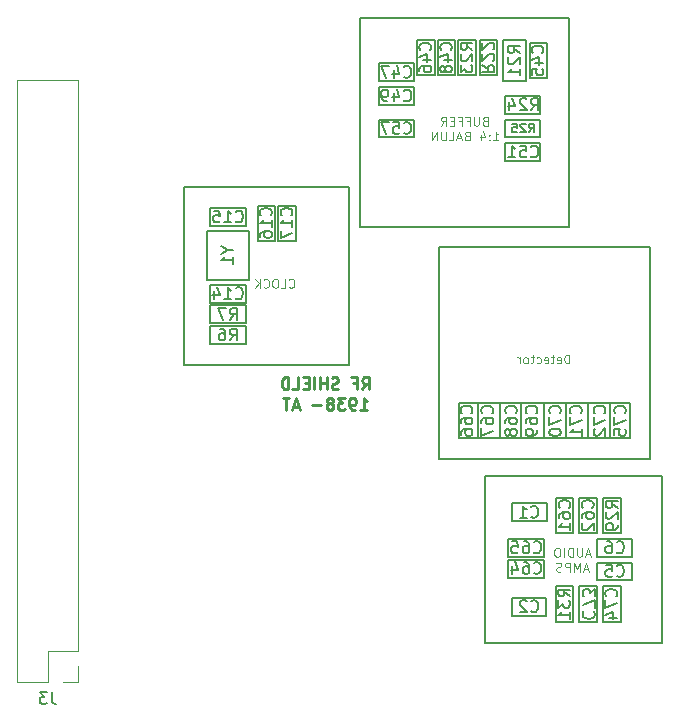
<source format=gbo>
G04 #@! TF.GenerationSoftware,KiCad,Pcbnew,(5.1.4)-1*
G04 #@! TF.CreationDate,2019-09-18T21:55:27+02:00*
G04 #@! TF.ProjectId,rf-receiver,72662d72-6563-4656-9976-65722e6b6963,rev?*
G04 #@! TF.SameCoordinates,Original*
G04 #@! TF.FileFunction,Legend,Bot*
G04 #@! TF.FilePolarity,Positive*
%FSLAX46Y46*%
G04 Gerber Fmt 4.6, Leading zero omitted, Abs format (unit mm)*
G04 Created by KiCad (PCBNEW (5.1.4)-1) date 2019-09-18 21:55:27*
%MOMM*%
%LPD*%
G04 APERTURE LIST*
%ADD10C,0.250000*%
%ADD11C,0.150000*%
%ADD12C,0.125000*%
%ADD13C,0.120000*%
G04 APERTURE END LIST*
D10*
X105595238Y-90827380D02*
X105928571Y-90351190D01*
X106166666Y-90827380D02*
X106166666Y-89827380D01*
X105785714Y-89827380D01*
X105690476Y-89875000D01*
X105642857Y-89922619D01*
X105595238Y-90017857D01*
X105595238Y-90160714D01*
X105642857Y-90255952D01*
X105690476Y-90303571D01*
X105785714Y-90351190D01*
X106166666Y-90351190D01*
X104833333Y-90303571D02*
X105166666Y-90303571D01*
X105166666Y-90827380D02*
X105166666Y-89827380D01*
X104690476Y-89827380D01*
X103595238Y-90779761D02*
X103452380Y-90827380D01*
X103214285Y-90827380D01*
X103119047Y-90779761D01*
X103071428Y-90732142D01*
X103023809Y-90636904D01*
X103023809Y-90541666D01*
X103071428Y-90446428D01*
X103119047Y-90398809D01*
X103214285Y-90351190D01*
X103404761Y-90303571D01*
X103500000Y-90255952D01*
X103547619Y-90208333D01*
X103595238Y-90113095D01*
X103595238Y-90017857D01*
X103547619Y-89922619D01*
X103500000Y-89875000D01*
X103404761Y-89827380D01*
X103166666Y-89827380D01*
X103023809Y-89875000D01*
X102595238Y-90827380D02*
X102595238Y-89827380D01*
X102595238Y-90303571D02*
X102023809Y-90303571D01*
X102023809Y-90827380D02*
X102023809Y-89827380D01*
X101547619Y-90827380D02*
X101547619Y-89827380D01*
X101071428Y-90303571D02*
X100738095Y-90303571D01*
X100595238Y-90827380D02*
X101071428Y-90827380D01*
X101071428Y-89827380D01*
X100595238Y-89827380D01*
X99690476Y-90827380D02*
X100166666Y-90827380D01*
X100166666Y-89827380D01*
X99357142Y-90827380D02*
X99357142Y-89827380D01*
X99119047Y-89827380D01*
X98976190Y-89875000D01*
X98880952Y-89970238D01*
X98833333Y-90065476D01*
X98785714Y-90255952D01*
X98785714Y-90398809D01*
X98833333Y-90589285D01*
X98880952Y-90684523D01*
X98976190Y-90779761D01*
X99119047Y-90827380D01*
X99357142Y-90827380D01*
X105452380Y-92577380D02*
X106023809Y-92577380D01*
X105738095Y-92577380D02*
X105738095Y-91577380D01*
X105833333Y-91720238D01*
X105928571Y-91815476D01*
X106023809Y-91863095D01*
X104976190Y-92577380D02*
X104785714Y-92577380D01*
X104690476Y-92529761D01*
X104642857Y-92482142D01*
X104547619Y-92339285D01*
X104500000Y-92148809D01*
X104500000Y-91767857D01*
X104547619Y-91672619D01*
X104595238Y-91625000D01*
X104690476Y-91577380D01*
X104880952Y-91577380D01*
X104976190Y-91625000D01*
X105023809Y-91672619D01*
X105071428Y-91767857D01*
X105071428Y-92005952D01*
X105023809Y-92101190D01*
X104976190Y-92148809D01*
X104880952Y-92196428D01*
X104690476Y-92196428D01*
X104595238Y-92148809D01*
X104547619Y-92101190D01*
X104500000Y-92005952D01*
X104166666Y-91577380D02*
X103547619Y-91577380D01*
X103880952Y-91958333D01*
X103738095Y-91958333D01*
X103642857Y-92005952D01*
X103595238Y-92053571D01*
X103547619Y-92148809D01*
X103547619Y-92386904D01*
X103595238Y-92482142D01*
X103642857Y-92529761D01*
X103738095Y-92577380D01*
X104023809Y-92577380D01*
X104119047Y-92529761D01*
X104166666Y-92482142D01*
X102976190Y-92005952D02*
X103071428Y-91958333D01*
X103119047Y-91910714D01*
X103166666Y-91815476D01*
X103166666Y-91767857D01*
X103119047Y-91672619D01*
X103071428Y-91625000D01*
X102976190Y-91577380D01*
X102785714Y-91577380D01*
X102690476Y-91625000D01*
X102642857Y-91672619D01*
X102595238Y-91767857D01*
X102595238Y-91815476D01*
X102642857Y-91910714D01*
X102690476Y-91958333D01*
X102785714Y-92005952D01*
X102976190Y-92005952D01*
X103071428Y-92053571D01*
X103119047Y-92101190D01*
X103166666Y-92196428D01*
X103166666Y-92386904D01*
X103119047Y-92482142D01*
X103071428Y-92529761D01*
X102976190Y-92577380D01*
X102785714Y-92577380D01*
X102690476Y-92529761D01*
X102642857Y-92482142D01*
X102595238Y-92386904D01*
X102595238Y-92196428D01*
X102642857Y-92101190D01*
X102690476Y-92053571D01*
X102785714Y-92005952D01*
X102166666Y-92196428D02*
X101404761Y-92196428D01*
X100214285Y-92291666D02*
X99738095Y-92291666D01*
X100309523Y-92577380D02*
X99976190Y-91577380D01*
X99642857Y-92577380D01*
X99452380Y-91577380D02*
X98880952Y-91577380D01*
X99166666Y-92577380D02*
X99166666Y-91577380D01*
D11*
X117700000Y-71500000D02*
X117700000Y-70000000D01*
X120700000Y-71500000D02*
X117700000Y-71500000D01*
X120700000Y-70000000D02*
X120700000Y-71500000D01*
X117700000Y-70000000D02*
X120700000Y-70000000D01*
X117700000Y-69500000D02*
X117700000Y-68000000D01*
X120700000Y-69500000D02*
X117700000Y-69500000D01*
X120700000Y-68000000D02*
X120700000Y-69500000D01*
X117700000Y-68000000D02*
X120700000Y-68000000D01*
X117700000Y-66000000D02*
X117800000Y-66000000D01*
X117700000Y-67500000D02*
X117700000Y-66000000D01*
X120700000Y-67500000D02*
X117700000Y-67500000D01*
X120700000Y-66000000D02*
X120700000Y-67500000D01*
X117800000Y-66000000D02*
X120700000Y-66000000D01*
D12*
X115996428Y-68121428D02*
X115889285Y-68157142D01*
X115853571Y-68192857D01*
X115817857Y-68264285D01*
X115817857Y-68371428D01*
X115853571Y-68442857D01*
X115889285Y-68478571D01*
X115960714Y-68514285D01*
X116246428Y-68514285D01*
X116246428Y-67764285D01*
X115996428Y-67764285D01*
X115925000Y-67800000D01*
X115889285Y-67835714D01*
X115853571Y-67907142D01*
X115853571Y-67978571D01*
X115889285Y-68050000D01*
X115925000Y-68085714D01*
X115996428Y-68121428D01*
X116246428Y-68121428D01*
X115496428Y-67764285D02*
X115496428Y-68371428D01*
X115460714Y-68442857D01*
X115425000Y-68478571D01*
X115353571Y-68514285D01*
X115210714Y-68514285D01*
X115139285Y-68478571D01*
X115103571Y-68442857D01*
X115067857Y-68371428D01*
X115067857Y-67764285D01*
X114460714Y-68121428D02*
X114710714Y-68121428D01*
X114710714Y-68514285D02*
X114710714Y-67764285D01*
X114353571Y-67764285D01*
X113817857Y-68121428D02*
X114067857Y-68121428D01*
X114067857Y-68514285D02*
X114067857Y-67764285D01*
X113710714Y-67764285D01*
X113425000Y-68121428D02*
X113175000Y-68121428D01*
X113067857Y-68514285D02*
X113425000Y-68514285D01*
X113425000Y-67764285D01*
X113067857Y-67764285D01*
X112317857Y-68514285D02*
X112567857Y-68157142D01*
X112746428Y-68514285D02*
X112746428Y-67764285D01*
X112460714Y-67764285D01*
X112389285Y-67800000D01*
X112353571Y-67835714D01*
X112317857Y-67907142D01*
X112317857Y-68014285D01*
X112353571Y-68085714D01*
X112389285Y-68121428D01*
X112460714Y-68157142D01*
X112746428Y-68157142D01*
X116692857Y-69764285D02*
X117121428Y-69764285D01*
X116907142Y-69764285D02*
X116907142Y-69014285D01*
X116978571Y-69121428D01*
X117050000Y-69192857D01*
X117121428Y-69228571D01*
X116371428Y-69692857D02*
X116335714Y-69728571D01*
X116371428Y-69764285D01*
X116407142Y-69728571D01*
X116371428Y-69692857D01*
X116371428Y-69764285D01*
X116371428Y-69300000D02*
X116335714Y-69335714D01*
X116371428Y-69371428D01*
X116407142Y-69335714D01*
X116371428Y-69300000D01*
X116371428Y-69371428D01*
X115692857Y-69264285D02*
X115692857Y-69764285D01*
X115871428Y-68978571D02*
X116050000Y-69514285D01*
X115585714Y-69514285D01*
X114478571Y-69371428D02*
X114371428Y-69407142D01*
X114335714Y-69442857D01*
X114300000Y-69514285D01*
X114300000Y-69621428D01*
X114335714Y-69692857D01*
X114371428Y-69728571D01*
X114442857Y-69764285D01*
X114728571Y-69764285D01*
X114728571Y-69014285D01*
X114478571Y-69014285D01*
X114407142Y-69050000D01*
X114371428Y-69085714D01*
X114335714Y-69157142D01*
X114335714Y-69228571D01*
X114371428Y-69300000D01*
X114407142Y-69335714D01*
X114478571Y-69371428D01*
X114728571Y-69371428D01*
X114014285Y-69550000D02*
X113657142Y-69550000D01*
X114085714Y-69764285D02*
X113835714Y-69014285D01*
X113585714Y-69764285D01*
X112978571Y-69764285D02*
X113335714Y-69764285D01*
X113335714Y-69014285D01*
X112728571Y-69014285D02*
X112728571Y-69621428D01*
X112692857Y-69692857D01*
X112657142Y-69728571D01*
X112585714Y-69764285D01*
X112442857Y-69764285D01*
X112371428Y-69728571D01*
X112335714Y-69692857D01*
X112300000Y-69621428D01*
X112300000Y-69014285D01*
X111942857Y-69764285D02*
X111942857Y-69014285D01*
X111514285Y-69764285D01*
X111514285Y-69014285D01*
X99414285Y-82167857D02*
X99450000Y-82203571D01*
X99557142Y-82239285D01*
X99628571Y-82239285D01*
X99735714Y-82203571D01*
X99807142Y-82132142D01*
X99842857Y-82060714D01*
X99878571Y-81917857D01*
X99878571Y-81810714D01*
X99842857Y-81667857D01*
X99807142Y-81596428D01*
X99735714Y-81525000D01*
X99628571Y-81489285D01*
X99557142Y-81489285D01*
X99450000Y-81525000D01*
X99414285Y-81560714D01*
X98735714Y-82239285D02*
X99092857Y-82239285D01*
X99092857Y-81489285D01*
X98342857Y-81489285D02*
X98200000Y-81489285D01*
X98128571Y-81525000D01*
X98057142Y-81596428D01*
X98021428Y-81739285D01*
X98021428Y-81989285D01*
X98057142Y-82132142D01*
X98128571Y-82203571D01*
X98200000Y-82239285D01*
X98342857Y-82239285D01*
X98414285Y-82203571D01*
X98485714Y-82132142D01*
X98521428Y-81989285D01*
X98521428Y-81739285D01*
X98485714Y-81596428D01*
X98414285Y-81525000D01*
X98342857Y-81489285D01*
X97271428Y-82167857D02*
X97307142Y-82203571D01*
X97414285Y-82239285D01*
X97485714Y-82239285D01*
X97592857Y-82203571D01*
X97664285Y-82132142D01*
X97700000Y-82060714D01*
X97735714Y-81917857D01*
X97735714Y-81810714D01*
X97700000Y-81667857D01*
X97664285Y-81596428D01*
X97592857Y-81525000D01*
X97485714Y-81489285D01*
X97414285Y-81489285D01*
X97307142Y-81525000D01*
X97271428Y-81560714D01*
X96950000Y-82239285D02*
X96950000Y-81489285D01*
X96521428Y-82239285D02*
X96842857Y-81810714D01*
X96521428Y-81489285D02*
X96950000Y-81917857D01*
X123160714Y-88639285D02*
X123160714Y-87889285D01*
X122982142Y-87889285D01*
X122875000Y-87925000D01*
X122803571Y-87996428D01*
X122767857Y-88067857D01*
X122732142Y-88210714D01*
X122732142Y-88317857D01*
X122767857Y-88460714D01*
X122803571Y-88532142D01*
X122875000Y-88603571D01*
X122982142Y-88639285D01*
X123160714Y-88639285D01*
X122125000Y-88603571D02*
X122196428Y-88639285D01*
X122339285Y-88639285D01*
X122410714Y-88603571D01*
X122446428Y-88532142D01*
X122446428Y-88246428D01*
X122410714Y-88175000D01*
X122339285Y-88139285D01*
X122196428Y-88139285D01*
X122125000Y-88175000D01*
X122089285Y-88246428D01*
X122089285Y-88317857D01*
X122446428Y-88389285D01*
X121875000Y-88139285D02*
X121589285Y-88139285D01*
X121767857Y-87889285D02*
X121767857Y-88532142D01*
X121732142Y-88603571D01*
X121660714Y-88639285D01*
X121589285Y-88639285D01*
X121053571Y-88603571D02*
X121125000Y-88639285D01*
X121267857Y-88639285D01*
X121339285Y-88603571D01*
X121375000Y-88532142D01*
X121375000Y-88246428D01*
X121339285Y-88175000D01*
X121267857Y-88139285D01*
X121125000Y-88139285D01*
X121053571Y-88175000D01*
X121017857Y-88246428D01*
X121017857Y-88317857D01*
X121375000Y-88389285D01*
X120375000Y-88603571D02*
X120446428Y-88639285D01*
X120589285Y-88639285D01*
X120660714Y-88603571D01*
X120696428Y-88567857D01*
X120732142Y-88496428D01*
X120732142Y-88282142D01*
X120696428Y-88210714D01*
X120660714Y-88175000D01*
X120589285Y-88139285D01*
X120446428Y-88139285D01*
X120375000Y-88175000D01*
X120160714Y-88139285D02*
X119875000Y-88139285D01*
X120053571Y-87889285D02*
X120053571Y-88532142D01*
X120017857Y-88603571D01*
X119946428Y-88639285D01*
X119875000Y-88639285D01*
X119517857Y-88639285D02*
X119589285Y-88603571D01*
X119625000Y-88567857D01*
X119660714Y-88496428D01*
X119660714Y-88282142D01*
X119625000Y-88210714D01*
X119589285Y-88175000D01*
X119517857Y-88139285D01*
X119410714Y-88139285D01*
X119339285Y-88175000D01*
X119303571Y-88210714D01*
X119267857Y-88282142D01*
X119267857Y-88496428D01*
X119303571Y-88567857D01*
X119339285Y-88603571D01*
X119410714Y-88639285D01*
X119517857Y-88639285D01*
X118946428Y-88639285D02*
X118946428Y-88139285D01*
X118946428Y-88282142D02*
X118910714Y-88210714D01*
X118875000Y-88175000D01*
X118803571Y-88139285D01*
X118732142Y-88139285D01*
X124917857Y-104800000D02*
X124560714Y-104800000D01*
X124989285Y-105014285D02*
X124739285Y-104264285D01*
X124489285Y-105014285D01*
X124239285Y-104264285D02*
X124239285Y-104871428D01*
X124203571Y-104942857D01*
X124167857Y-104978571D01*
X124096428Y-105014285D01*
X123953571Y-105014285D01*
X123882142Y-104978571D01*
X123846428Y-104942857D01*
X123810714Y-104871428D01*
X123810714Y-104264285D01*
X123453571Y-105014285D02*
X123453571Y-104264285D01*
X123275000Y-104264285D01*
X123167857Y-104300000D01*
X123096428Y-104371428D01*
X123060714Y-104442857D01*
X123025000Y-104585714D01*
X123025000Y-104692857D01*
X123060714Y-104835714D01*
X123096428Y-104907142D01*
X123167857Y-104978571D01*
X123275000Y-105014285D01*
X123453571Y-105014285D01*
X122703571Y-105014285D02*
X122703571Y-104264285D01*
X122203571Y-104264285D02*
X122060714Y-104264285D01*
X121989285Y-104300000D01*
X121917857Y-104371428D01*
X121882142Y-104514285D01*
X121882142Y-104764285D01*
X121917857Y-104907142D01*
X121989285Y-104978571D01*
X122060714Y-105014285D01*
X122203571Y-105014285D01*
X122275000Y-104978571D01*
X122346428Y-104907142D01*
X122382142Y-104764285D01*
X122382142Y-104514285D01*
X122346428Y-104371428D01*
X122275000Y-104300000D01*
X122203571Y-104264285D01*
X124739285Y-106050000D02*
X124382142Y-106050000D01*
X124810714Y-106264285D02*
X124560714Y-105514285D01*
X124310714Y-106264285D01*
X124060714Y-106264285D02*
X124060714Y-105514285D01*
X123810714Y-106050000D01*
X123560714Y-105514285D01*
X123560714Y-106264285D01*
X123203571Y-106264285D02*
X123203571Y-105514285D01*
X122917857Y-105514285D01*
X122846428Y-105550000D01*
X122810714Y-105585714D01*
X122775000Y-105657142D01*
X122775000Y-105764285D01*
X122810714Y-105835714D01*
X122846428Y-105871428D01*
X122917857Y-105907142D01*
X123203571Y-105907142D01*
X122489285Y-106228571D02*
X122382142Y-106264285D01*
X122203571Y-106264285D01*
X122132142Y-106228571D01*
X122096428Y-106192857D01*
X122060714Y-106121428D01*
X122060714Y-106050000D01*
X122096428Y-105978571D01*
X122132142Y-105942857D01*
X122203571Y-105907142D01*
X122346428Y-105871428D01*
X122417857Y-105835714D01*
X122453571Y-105800000D01*
X122489285Y-105728571D01*
X122489285Y-105657142D01*
X122453571Y-105585714D01*
X122417857Y-105550000D01*
X122346428Y-105514285D01*
X122167857Y-105514285D01*
X122060714Y-105550000D01*
D11*
X116000000Y-112300000D02*
X116000000Y-98200000D01*
X131000000Y-112300000D02*
X116000000Y-112300000D01*
X131000000Y-98200000D02*
X131000000Y-112300000D01*
X116000000Y-98200000D02*
X131000000Y-98200000D01*
X90500000Y-88800000D02*
X90500000Y-73700000D01*
X104500000Y-88800000D02*
X90500000Y-88800000D01*
X104500000Y-73700000D02*
X104500000Y-88800000D01*
X90500000Y-73700000D02*
X104500000Y-73700000D01*
X105400000Y-77100000D02*
X105400000Y-59400000D01*
X123100000Y-77100000D02*
X105400000Y-77100000D01*
X123100000Y-59400000D02*
X123100000Y-77100000D01*
X105400000Y-59400000D02*
X123100000Y-59400000D01*
X112100000Y-78800000D02*
X112200000Y-78800000D01*
X112100000Y-96700000D02*
X112100000Y-78800000D01*
X130000000Y-96700000D02*
X112100000Y-96700000D01*
X130000000Y-78800000D02*
X130000000Y-96700000D01*
X112200000Y-78800000D02*
X130000000Y-78800000D01*
X92700000Y-87000000D02*
X92700000Y-85500000D01*
X95800000Y-87000000D02*
X92700000Y-87000000D01*
X95800000Y-85500000D02*
X95800000Y-87000000D01*
X92700000Y-85500000D02*
X95800000Y-85500000D01*
X92700000Y-83800000D02*
X92700000Y-83700000D01*
X92700000Y-85200000D02*
X92700000Y-83800000D01*
X95800000Y-85200000D02*
X92700000Y-85200000D01*
X95800000Y-83700000D02*
X95800000Y-85200000D01*
X92700000Y-83700000D02*
X95800000Y-83700000D01*
X92700000Y-83500000D02*
X92700000Y-82000000D01*
X95800000Y-83500000D02*
X92700000Y-83500000D01*
X95800000Y-82000000D02*
X95800000Y-83500000D01*
X92700000Y-82000000D02*
X95800000Y-82000000D01*
X100000000Y-75300000D02*
X98500000Y-75300000D01*
X100000000Y-78300000D02*
X100000000Y-75300000D01*
X98500000Y-78300000D02*
X100000000Y-78300000D01*
X98500000Y-75300000D02*
X98500000Y-78300000D01*
X98200000Y-75300000D02*
X96800000Y-75300000D01*
X98200000Y-78300000D02*
X98200000Y-75300000D01*
X96800000Y-78300000D02*
X98200000Y-78300000D01*
X96800000Y-75300000D02*
X96800000Y-78300000D01*
X92500000Y-81600000D02*
X92500000Y-77400000D01*
X96000000Y-81600000D02*
X92500000Y-81600000D01*
X96000000Y-77400000D02*
X96000000Y-81600000D01*
X92500000Y-77400000D02*
X96000000Y-77400000D01*
X92700000Y-77000000D02*
X92700000Y-75500000D01*
X95800000Y-77000000D02*
X92700000Y-77000000D01*
X95800000Y-75500000D02*
X95800000Y-77000000D01*
X92700000Y-75500000D02*
X95800000Y-75500000D01*
X126000000Y-103000000D02*
X126000000Y-100000000D01*
X127500000Y-103000000D02*
X126000000Y-103000000D01*
X127500000Y-100000000D02*
X127500000Y-103000000D01*
X126000000Y-100000000D02*
X127500000Y-100000000D01*
X124000000Y-103000000D02*
X124000000Y-100000000D01*
X125500000Y-103000000D02*
X124000000Y-103000000D01*
X125500000Y-100000000D02*
X125500000Y-103000000D01*
X124000000Y-100000000D02*
X125500000Y-100000000D01*
X122000000Y-103000000D02*
X122000000Y-100000000D01*
X123500000Y-103000000D02*
X122000000Y-103000000D01*
X123500000Y-100000000D02*
X123500000Y-103000000D01*
X122000000Y-100000000D02*
X123500000Y-100000000D01*
X125500000Y-107000000D02*
X125500000Y-105500000D01*
X128500000Y-107000000D02*
X125500000Y-107000000D01*
X128500000Y-105500000D02*
X128500000Y-107000000D01*
X125500000Y-105500000D02*
X128500000Y-105500000D01*
X125500000Y-105000000D02*
X125500000Y-103500000D01*
X128500000Y-105000000D02*
X125500000Y-105000000D01*
X128500000Y-103500000D02*
X128500000Y-105000000D01*
X125500000Y-103500000D02*
X128500000Y-103500000D01*
X126000000Y-110500000D02*
X126000000Y-107500000D01*
X127500000Y-110500000D02*
X126000000Y-110500000D01*
X127500000Y-107500000D02*
X127500000Y-110500000D01*
X126000000Y-107500000D02*
X127500000Y-107500000D01*
X124000000Y-110500000D02*
X124000000Y-107500000D01*
X125500000Y-110500000D02*
X124000000Y-110500000D01*
X125500000Y-107500000D02*
X125500000Y-110500000D01*
X124000000Y-107500000D02*
X125500000Y-107500000D01*
X122000000Y-110500000D02*
X122000000Y-107500000D01*
X123500000Y-110500000D02*
X122000000Y-110500000D01*
X123500000Y-107500000D02*
X123500000Y-110500000D01*
X122000000Y-107500000D02*
X123500000Y-107500000D01*
X121200000Y-108500000D02*
X118300000Y-108500000D01*
X121200000Y-110000000D02*
X121200000Y-108500000D01*
X118300000Y-110000000D02*
X121200000Y-110000000D01*
X118300000Y-108500000D02*
X118300000Y-110000000D01*
X121000000Y-105300000D02*
X118000000Y-105300000D01*
X121000000Y-106800000D02*
X121000000Y-105300000D01*
X118000000Y-106800000D02*
X121000000Y-106800000D01*
X118000000Y-105300000D02*
X118000000Y-106800000D01*
X118000000Y-105000000D02*
X118000000Y-103500000D01*
X121000000Y-105000000D02*
X118000000Y-105000000D01*
X121000000Y-103500000D02*
X121000000Y-105000000D01*
X118000000Y-103500000D02*
X121000000Y-103500000D01*
X121300000Y-100500000D02*
X118300000Y-100500000D01*
X121300000Y-102000000D02*
X121300000Y-100500000D01*
X118300000Y-102000000D02*
X121300000Y-102000000D01*
X118300000Y-100500000D02*
X118300000Y-102000000D01*
X126600000Y-95000000D02*
X126600000Y-92000000D01*
X124700000Y-92000000D02*
X124700000Y-95000000D01*
X122900000Y-92000000D02*
X122900000Y-95000000D01*
X121000000Y-95000000D02*
X121000000Y-92000000D01*
X119100000Y-92000000D02*
X119100000Y-95000000D01*
X117300000Y-95000000D02*
X117300000Y-92000000D01*
X115400000Y-92000000D02*
X115400000Y-95000000D01*
X128300000Y-92000000D02*
X113800000Y-92000000D01*
X128300000Y-95000000D02*
X128300000Y-92000000D01*
X113800000Y-95000000D02*
X128300000Y-95000000D01*
X113800000Y-92000000D02*
X113800000Y-95000000D01*
X121300000Y-61500000D02*
X119800000Y-61500000D01*
X121300000Y-64500000D02*
X121300000Y-61500000D01*
X119800000Y-64500000D02*
X121300000Y-64500000D01*
X119800000Y-61500000D02*
X119800000Y-64500000D01*
X119450000Y-61300000D02*
X117550000Y-61300000D01*
X119450000Y-64700000D02*
X119450000Y-61300000D01*
X117550000Y-64700000D02*
X119450000Y-64700000D01*
X117550000Y-61300000D02*
X117550000Y-64700000D01*
X115550000Y-64250000D02*
X115550000Y-61250000D01*
X117050000Y-64250000D02*
X115550000Y-64250000D01*
X117050000Y-61250000D02*
X117050000Y-64250000D01*
X115550000Y-61250000D02*
X117050000Y-61250000D01*
X115250000Y-61250000D02*
X113750000Y-61250000D01*
X115250000Y-64250000D02*
X115250000Y-61250000D01*
X113750000Y-64250000D02*
X115250000Y-64250000D01*
X113750000Y-61250000D02*
X113750000Y-64250000D01*
X113500000Y-61250000D02*
X112000000Y-61250000D01*
X113500000Y-61250000D02*
X113500000Y-64250000D01*
X112000000Y-64250000D02*
X113500000Y-64250000D01*
X112000000Y-61250000D02*
X112000000Y-64250000D01*
X110250000Y-61250000D02*
X110250000Y-64250000D01*
X111750000Y-61250000D02*
X110250000Y-61250000D01*
X111750000Y-64250000D02*
X111750000Y-61250000D01*
X110250000Y-64250000D02*
X111750000Y-64250000D01*
X110000000Y-63250000D02*
X107000000Y-63250000D01*
X110000000Y-64750000D02*
X110000000Y-63250000D01*
X107000000Y-64750000D02*
X110000000Y-64750000D01*
X107000000Y-63250000D02*
X107000000Y-64750000D01*
X110000000Y-65250000D02*
X107000000Y-65250000D01*
X110000000Y-66750000D02*
X110000000Y-65250000D01*
X107000000Y-66750000D02*
X110000000Y-66750000D01*
X107000000Y-65250000D02*
X107000000Y-66750000D01*
X107000000Y-68250000D02*
X107000000Y-68000000D01*
X107000000Y-69500000D02*
X107000000Y-68250000D01*
X110000000Y-69500000D02*
X107000000Y-69500000D01*
X110000000Y-68000000D02*
X110000000Y-69500000D01*
X107000000Y-68000000D02*
X110000000Y-68000000D01*
D13*
X80250000Y-115580000D02*
X81580000Y-115580000D01*
X81580000Y-115580000D02*
X81580000Y-114250000D01*
X78980000Y-115580000D02*
X78980000Y-112980000D01*
X78980000Y-112980000D02*
X81580000Y-112980000D01*
X81580000Y-112980000D02*
X81580000Y-64660000D01*
X76380000Y-64660000D02*
X81580000Y-64660000D01*
X76380000Y-115580000D02*
X76380000Y-64660000D01*
X76380000Y-115580000D02*
X78980000Y-115580000D01*
D11*
X127166666Y-106607142D02*
X127214285Y-106654761D01*
X127357142Y-106702380D01*
X127452380Y-106702380D01*
X127595238Y-106654761D01*
X127690476Y-106559523D01*
X127738095Y-106464285D01*
X127785714Y-106273809D01*
X127785714Y-106130952D01*
X127738095Y-105940476D01*
X127690476Y-105845238D01*
X127595238Y-105750000D01*
X127452380Y-105702380D01*
X127357142Y-105702380D01*
X127214285Y-105750000D01*
X127166666Y-105797619D01*
X126261904Y-105702380D02*
X126738095Y-105702380D01*
X126785714Y-106178571D01*
X126738095Y-106130952D01*
X126642857Y-106083333D01*
X126404761Y-106083333D01*
X126309523Y-106130952D01*
X126261904Y-106178571D01*
X126214285Y-106273809D01*
X126214285Y-106511904D01*
X126261904Y-106607142D01*
X126309523Y-106654761D01*
X126404761Y-106702380D01*
X126642857Y-106702380D01*
X126738095Y-106654761D01*
X126785714Y-106607142D01*
X111357142Y-62107142D02*
X111404761Y-62059523D01*
X111452380Y-61916666D01*
X111452380Y-61821428D01*
X111404761Y-61678571D01*
X111309523Y-61583333D01*
X111214285Y-61535714D01*
X111023809Y-61488095D01*
X110880952Y-61488095D01*
X110690476Y-61535714D01*
X110595238Y-61583333D01*
X110500000Y-61678571D01*
X110452380Y-61821428D01*
X110452380Y-61916666D01*
X110500000Y-62059523D01*
X110547619Y-62107142D01*
X110785714Y-62964285D02*
X111452380Y-62964285D01*
X110404761Y-62726190D02*
X111119047Y-62488095D01*
X111119047Y-63107142D01*
X110452380Y-63916666D02*
X110452380Y-63726190D01*
X110500000Y-63630952D01*
X110547619Y-63583333D01*
X110690476Y-63488095D01*
X110880952Y-63440476D01*
X111261904Y-63440476D01*
X111357142Y-63488095D01*
X111404761Y-63535714D01*
X111452380Y-63630952D01*
X111452380Y-63821428D01*
X111404761Y-63916666D01*
X111357142Y-63964285D01*
X111261904Y-64011904D01*
X111023809Y-64011904D01*
X110928571Y-63964285D01*
X110880952Y-63916666D01*
X110833333Y-63821428D01*
X110833333Y-63630952D01*
X110880952Y-63535714D01*
X110928571Y-63488095D01*
X111023809Y-63440476D01*
X109142857Y-66357142D02*
X109190476Y-66404761D01*
X109333333Y-66452380D01*
X109428571Y-66452380D01*
X109571428Y-66404761D01*
X109666666Y-66309523D01*
X109714285Y-66214285D01*
X109761904Y-66023809D01*
X109761904Y-65880952D01*
X109714285Y-65690476D01*
X109666666Y-65595238D01*
X109571428Y-65500000D01*
X109428571Y-65452380D01*
X109333333Y-65452380D01*
X109190476Y-65500000D01*
X109142857Y-65547619D01*
X108285714Y-65785714D02*
X108285714Y-66452380D01*
X108523809Y-65404761D02*
X108761904Y-66119047D01*
X108142857Y-66119047D01*
X107714285Y-66452380D02*
X107523809Y-66452380D01*
X107428571Y-66404761D01*
X107380952Y-66357142D01*
X107285714Y-66214285D01*
X107238095Y-66023809D01*
X107238095Y-65642857D01*
X107285714Y-65547619D01*
X107333333Y-65500000D01*
X107428571Y-65452380D01*
X107619047Y-65452380D01*
X107714285Y-65500000D01*
X107761904Y-65547619D01*
X107809523Y-65642857D01*
X107809523Y-65880952D01*
X107761904Y-65976190D01*
X107714285Y-66023809D01*
X107619047Y-66071428D01*
X107428571Y-66071428D01*
X107333333Y-66023809D01*
X107285714Y-65976190D01*
X107238095Y-65880952D01*
X120142857Y-106357142D02*
X120190476Y-106404761D01*
X120333333Y-106452380D01*
X120428571Y-106452380D01*
X120571428Y-106404761D01*
X120666666Y-106309523D01*
X120714285Y-106214285D01*
X120761904Y-106023809D01*
X120761904Y-105880952D01*
X120714285Y-105690476D01*
X120666666Y-105595238D01*
X120571428Y-105500000D01*
X120428571Y-105452380D01*
X120333333Y-105452380D01*
X120190476Y-105500000D01*
X120142857Y-105547619D01*
X119285714Y-105452380D02*
X119476190Y-105452380D01*
X119571428Y-105500000D01*
X119619047Y-105547619D01*
X119714285Y-105690476D01*
X119761904Y-105880952D01*
X119761904Y-106261904D01*
X119714285Y-106357142D01*
X119666666Y-106404761D01*
X119571428Y-106452380D01*
X119380952Y-106452380D01*
X119285714Y-106404761D01*
X119238095Y-106357142D01*
X119190476Y-106261904D01*
X119190476Y-106023809D01*
X119238095Y-105928571D01*
X119285714Y-105880952D01*
X119380952Y-105833333D01*
X119571428Y-105833333D01*
X119666666Y-105880952D01*
X119714285Y-105928571D01*
X119761904Y-106023809D01*
X118333333Y-105785714D02*
X118333333Y-106452380D01*
X118571428Y-105404761D02*
X118809523Y-106119047D01*
X118190476Y-106119047D01*
X79313333Y-116472380D02*
X79313333Y-117186666D01*
X79360952Y-117329523D01*
X79456190Y-117424761D01*
X79599047Y-117472380D01*
X79694285Y-117472380D01*
X78932380Y-116472380D02*
X78313333Y-116472380D01*
X78646666Y-116853333D01*
X78503809Y-116853333D01*
X78408571Y-116900952D01*
X78360952Y-116948571D01*
X78313333Y-117043809D01*
X78313333Y-117281904D01*
X78360952Y-117377142D01*
X78408571Y-117424761D01*
X78503809Y-117472380D01*
X78789523Y-117472380D01*
X78884761Y-117424761D01*
X78932380Y-117377142D01*
X94226190Y-79023809D02*
X94702380Y-79023809D01*
X93702380Y-78690476D02*
X94226190Y-79023809D01*
X93702380Y-79357142D01*
X94702380Y-80214285D02*
X94702380Y-79642857D01*
X94702380Y-79928571D02*
X93702380Y-79928571D01*
X93845238Y-79833333D01*
X93940476Y-79738095D01*
X93988095Y-79642857D01*
X94416666Y-84952380D02*
X94750000Y-84476190D01*
X94988095Y-84952380D02*
X94988095Y-83952380D01*
X94607142Y-83952380D01*
X94511904Y-84000000D01*
X94464285Y-84047619D01*
X94416666Y-84142857D01*
X94416666Y-84285714D01*
X94464285Y-84380952D01*
X94511904Y-84428571D01*
X94607142Y-84476190D01*
X94988095Y-84476190D01*
X94083333Y-83952380D02*
X93416666Y-83952380D01*
X93845238Y-84952380D01*
X94416666Y-86702380D02*
X94750000Y-86226190D01*
X94988095Y-86702380D02*
X94988095Y-85702380D01*
X94607142Y-85702380D01*
X94511904Y-85750000D01*
X94464285Y-85797619D01*
X94416666Y-85892857D01*
X94416666Y-86035714D01*
X94464285Y-86130952D01*
X94511904Y-86178571D01*
X94607142Y-86226190D01*
X94988095Y-86226190D01*
X93559523Y-85702380D02*
X93750000Y-85702380D01*
X93845238Y-85750000D01*
X93892857Y-85797619D01*
X93988095Y-85940476D01*
X94035714Y-86130952D01*
X94035714Y-86511904D01*
X93988095Y-86607142D01*
X93940476Y-86654761D01*
X93845238Y-86702380D01*
X93654761Y-86702380D01*
X93559523Y-86654761D01*
X93511904Y-86607142D01*
X93464285Y-86511904D01*
X93464285Y-86273809D01*
X93511904Y-86178571D01*
X93559523Y-86130952D01*
X93654761Y-86083333D01*
X93845238Y-86083333D01*
X93940476Y-86130952D01*
X93988095Y-86178571D01*
X94035714Y-86273809D01*
X99607142Y-76107142D02*
X99654761Y-76059523D01*
X99702380Y-75916666D01*
X99702380Y-75821428D01*
X99654761Y-75678571D01*
X99559523Y-75583333D01*
X99464285Y-75535714D01*
X99273809Y-75488095D01*
X99130952Y-75488095D01*
X98940476Y-75535714D01*
X98845238Y-75583333D01*
X98750000Y-75678571D01*
X98702380Y-75821428D01*
X98702380Y-75916666D01*
X98750000Y-76059523D01*
X98797619Y-76107142D01*
X99702380Y-77059523D02*
X99702380Y-76488095D01*
X99702380Y-76773809D02*
X98702380Y-76773809D01*
X98845238Y-76678571D01*
X98940476Y-76583333D01*
X98988095Y-76488095D01*
X98702380Y-77392857D02*
X98702380Y-78059523D01*
X99702380Y-77630952D01*
X97857142Y-76107142D02*
X97904761Y-76059523D01*
X97952380Y-75916666D01*
X97952380Y-75821428D01*
X97904761Y-75678571D01*
X97809523Y-75583333D01*
X97714285Y-75535714D01*
X97523809Y-75488095D01*
X97380952Y-75488095D01*
X97190476Y-75535714D01*
X97095238Y-75583333D01*
X97000000Y-75678571D01*
X96952380Y-75821428D01*
X96952380Y-75916666D01*
X97000000Y-76059523D01*
X97047619Y-76107142D01*
X97952380Y-77059523D02*
X97952380Y-76488095D01*
X97952380Y-76773809D02*
X96952380Y-76773809D01*
X97095238Y-76678571D01*
X97190476Y-76583333D01*
X97238095Y-76488095D01*
X96952380Y-77916666D02*
X96952380Y-77726190D01*
X97000000Y-77630952D01*
X97047619Y-77583333D01*
X97190476Y-77488095D01*
X97380952Y-77440476D01*
X97761904Y-77440476D01*
X97857142Y-77488095D01*
X97904761Y-77535714D01*
X97952380Y-77630952D01*
X97952380Y-77821428D01*
X97904761Y-77916666D01*
X97857142Y-77964285D01*
X97761904Y-78011904D01*
X97523809Y-78011904D01*
X97428571Y-77964285D01*
X97380952Y-77916666D01*
X97333333Y-77821428D01*
X97333333Y-77630952D01*
X97380952Y-77535714D01*
X97428571Y-77488095D01*
X97523809Y-77440476D01*
X94892857Y-76607142D02*
X94940476Y-76654761D01*
X95083333Y-76702380D01*
X95178571Y-76702380D01*
X95321428Y-76654761D01*
X95416666Y-76559523D01*
X95464285Y-76464285D01*
X95511904Y-76273809D01*
X95511904Y-76130952D01*
X95464285Y-75940476D01*
X95416666Y-75845238D01*
X95321428Y-75750000D01*
X95178571Y-75702380D01*
X95083333Y-75702380D01*
X94940476Y-75750000D01*
X94892857Y-75797619D01*
X93940476Y-76702380D02*
X94511904Y-76702380D01*
X94226190Y-76702380D02*
X94226190Y-75702380D01*
X94321428Y-75845238D01*
X94416666Y-75940476D01*
X94511904Y-75988095D01*
X93035714Y-75702380D02*
X93511904Y-75702380D01*
X93559523Y-76178571D01*
X93511904Y-76130952D01*
X93416666Y-76083333D01*
X93178571Y-76083333D01*
X93083333Y-76130952D01*
X93035714Y-76178571D01*
X92988095Y-76273809D01*
X92988095Y-76511904D01*
X93035714Y-76607142D01*
X93083333Y-76654761D01*
X93178571Y-76702380D01*
X93416666Y-76702380D01*
X93511904Y-76654761D01*
X93559523Y-76607142D01*
X94892857Y-83107142D02*
X94940476Y-83154761D01*
X95083333Y-83202380D01*
X95178571Y-83202380D01*
X95321428Y-83154761D01*
X95416666Y-83059523D01*
X95464285Y-82964285D01*
X95511904Y-82773809D01*
X95511904Y-82630952D01*
X95464285Y-82440476D01*
X95416666Y-82345238D01*
X95321428Y-82250000D01*
X95178571Y-82202380D01*
X95083333Y-82202380D01*
X94940476Y-82250000D01*
X94892857Y-82297619D01*
X93940476Y-83202380D02*
X94511904Y-83202380D01*
X94226190Y-83202380D02*
X94226190Y-82202380D01*
X94321428Y-82345238D01*
X94416666Y-82440476D01*
X94511904Y-82488095D01*
X93083333Y-82535714D02*
X93083333Y-83202380D01*
X93321428Y-82154761D02*
X93559523Y-82869047D01*
X92940476Y-82869047D01*
X119916666Y-109607142D02*
X119964285Y-109654761D01*
X120107142Y-109702380D01*
X120202380Y-109702380D01*
X120345238Y-109654761D01*
X120440476Y-109559523D01*
X120488095Y-109464285D01*
X120535714Y-109273809D01*
X120535714Y-109130952D01*
X120488095Y-108940476D01*
X120440476Y-108845238D01*
X120345238Y-108750000D01*
X120202380Y-108702380D01*
X120107142Y-108702380D01*
X119964285Y-108750000D01*
X119916666Y-108797619D01*
X119535714Y-108797619D02*
X119488095Y-108750000D01*
X119392857Y-108702380D01*
X119154761Y-108702380D01*
X119059523Y-108750000D01*
X119011904Y-108797619D01*
X118964285Y-108892857D01*
X118964285Y-108988095D01*
X119011904Y-109130952D01*
X119583333Y-109702380D01*
X118964285Y-109702380D01*
X119916666Y-101607142D02*
X119964285Y-101654761D01*
X120107142Y-101702380D01*
X120202380Y-101702380D01*
X120345238Y-101654761D01*
X120440476Y-101559523D01*
X120488095Y-101464285D01*
X120535714Y-101273809D01*
X120535714Y-101130952D01*
X120488095Y-100940476D01*
X120440476Y-100845238D01*
X120345238Y-100750000D01*
X120202380Y-100702380D01*
X120107142Y-100702380D01*
X119964285Y-100750000D01*
X119916666Y-100797619D01*
X118964285Y-101702380D02*
X119535714Y-101702380D01*
X119250000Y-101702380D02*
X119250000Y-100702380D01*
X119345238Y-100845238D01*
X119440476Y-100940476D01*
X119535714Y-100988095D01*
X127166666Y-104607142D02*
X127214285Y-104654761D01*
X127357142Y-104702380D01*
X127452380Y-104702380D01*
X127595238Y-104654761D01*
X127690476Y-104559523D01*
X127738095Y-104464285D01*
X127785714Y-104273809D01*
X127785714Y-104130952D01*
X127738095Y-103940476D01*
X127690476Y-103845238D01*
X127595238Y-103750000D01*
X127452380Y-103702380D01*
X127357142Y-103702380D01*
X127214285Y-103750000D01*
X127166666Y-103797619D01*
X126309523Y-103702380D02*
X126500000Y-103702380D01*
X126595238Y-103750000D01*
X126642857Y-103797619D01*
X126738095Y-103940476D01*
X126785714Y-104130952D01*
X126785714Y-104511904D01*
X126738095Y-104607142D01*
X126690476Y-104654761D01*
X126595238Y-104702380D01*
X126404761Y-104702380D01*
X126309523Y-104654761D01*
X126261904Y-104607142D01*
X126214285Y-104511904D01*
X126214285Y-104273809D01*
X126261904Y-104178571D01*
X126309523Y-104130952D01*
X126404761Y-104083333D01*
X126595238Y-104083333D01*
X126690476Y-104130952D01*
X126738095Y-104178571D01*
X126785714Y-104273809D01*
X118952380Y-62357142D02*
X118476190Y-62023809D01*
X118952380Y-61785714D02*
X117952380Y-61785714D01*
X117952380Y-62166666D01*
X118000000Y-62261904D01*
X118047619Y-62309523D01*
X118142857Y-62357142D01*
X118285714Y-62357142D01*
X118380952Y-62309523D01*
X118428571Y-62261904D01*
X118476190Y-62166666D01*
X118476190Y-61785714D01*
X118047619Y-62738095D02*
X118000000Y-62785714D01*
X117952380Y-62880952D01*
X117952380Y-63119047D01*
X118000000Y-63214285D01*
X118047619Y-63261904D01*
X118142857Y-63309523D01*
X118238095Y-63309523D01*
X118380952Y-63261904D01*
X118952380Y-62690476D01*
X118952380Y-63309523D01*
X118952380Y-64261904D02*
X118952380Y-63690476D01*
X118952380Y-63976190D02*
X117952380Y-63976190D01*
X118095238Y-63880952D01*
X118190476Y-63785714D01*
X118238095Y-63690476D01*
X125107142Y-100857142D02*
X125154761Y-100809523D01*
X125202380Y-100666666D01*
X125202380Y-100571428D01*
X125154761Y-100428571D01*
X125059523Y-100333333D01*
X124964285Y-100285714D01*
X124773809Y-100238095D01*
X124630952Y-100238095D01*
X124440476Y-100285714D01*
X124345238Y-100333333D01*
X124250000Y-100428571D01*
X124202380Y-100571428D01*
X124202380Y-100666666D01*
X124250000Y-100809523D01*
X124297619Y-100857142D01*
X124202380Y-101714285D02*
X124202380Y-101523809D01*
X124250000Y-101428571D01*
X124297619Y-101380952D01*
X124440476Y-101285714D01*
X124630952Y-101238095D01*
X125011904Y-101238095D01*
X125107142Y-101285714D01*
X125154761Y-101333333D01*
X125202380Y-101428571D01*
X125202380Y-101619047D01*
X125154761Y-101714285D01*
X125107142Y-101761904D01*
X125011904Y-101809523D01*
X124773809Y-101809523D01*
X124678571Y-101761904D01*
X124630952Y-101714285D01*
X124583333Y-101619047D01*
X124583333Y-101428571D01*
X124630952Y-101333333D01*
X124678571Y-101285714D01*
X124773809Y-101238095D01*
X124297619Y-102190476D02*
X124250000Y-102238095D01*
X124202380Y-102333333D01*
X124202380Y-102571428D01*
X124250000Y-102666666D01*
X124297619Y-102714285D01*
X124392857Y-102761904D01*
X124488095Y-102761904D01*
X124630952Y-102714285D01*
X125202380Y-102142857D01*
X125202380Y-102761904D01*
X123157142Y-100857142D02*
X123204761Y-100809523D01*
X123252380Y-100666666D01*
X123252380Y-100571428D01*
X123204761Y-100428571D01*
X123109523Y-100333333D01*
X123014285Y-100285714D01*
X122823809Y-100238095D01*
X122680952Y-100238095D01*
X122490476Y-100285714D01*
X122395238Y-100333333D01*
X122300000Y-100428571D01*
X122252380Y-100571428D01*
X122252380Y-100666666D01*
X122300000Y-100809523D01*
X122347619Y-100857142D01*
X122252380Y-101714285D02*
X122252380Y-101523809D01*
X122300000Y-101428571D01*
X122347619Y-101380952D01*
X122490476Y-101285714D01*
X122680952Y-101238095D01*
X123061904Y-101238095D01*
X123157142Y-101285714D01*
X123204761Y-101333333D01*
X123252380Y-101428571D01*
X123252380Y-101619047D01*
X123204761Y-101714285D01*
X123157142Y-101761904D01*
X123061904Y-101809523D01*
X122823809Y-101809523D01*
X122728571Y-101761904D01*
X122680952Y-101714285D01*
X122633333Y-101619047D01*
X122633333Y-101428571D01*
X122680952Y-101333333D01*
X122728571Y-101285714D01*
X122823809Y-101238095D01*
X123252380Y-102761904D02*
X123252380Y-102190476D01*
X123252380Y-102476190D02*
X122252380Y-102476190D01*
X122395238Y-102380952D01*
X122490476Y-102285714D01*
X122538095Y-102190476D01*
X109142857Y-69107142D02*
X109190476Y-69154761D01*
X109333333Y-69202380D01*
X109428571Y-69202380D01*
X109571428Y-69154761D01*
X109666666Y-69059523D01*
X109714285Y-68964285D01*
X109761904Y-68773809D01*
X109761904Y-68630952D01*
X109714285Y-68440476D01*
X109666666Y-68345238D01*
X109571428Y-68250000D01*
X109428571Y-68202380D01*
X109333333Y-68202380D01*
X109190476Y-68250000D01*
X109142857Y-68297619D01*
X108238095Y-68202380D02*
X108714285Y-68202380D01*
X108761904Y-68678571D01*
X108714285Y-68630952D01*
X108619047Y-68583333D01*
X108380952Y-68583333D01*
X108285714Y-68630952D01*
X108238095Y-68678571D01*
X108190476Y-68773809D01*
X108190476Y-69011904D01*
X108238095Y-69107142D01*
X108285714Y-69154761D01*
X108380952Y-69202380D01*
X108619047Y-69202380D01*
X108714285Y-69154761D01*
X108761904Y-69107142D01*
X107857142Y-68202380D02*
X107190476Y-68202380D01*
X107619047Y-69202380D01*
X119892857Y-71107142D02*
X119940476Y-71154761D01*
X120083333Y-71202380D01*
X120178571Y-71202380D01*
X120321428Y-71154761D01*
X120416666Y-71059523D01*
X120464285Y-70964285D01*
X120511904Y-70773809D01*
X120511904Y-70630952D01*
X120464285Y-70440476D01*
X120416666Y-70345238D01*
X120321428Y-70250000D01*
X120178571Y-70202380D01*
X120083333Y-70202380D01*
X119940476Y-70250000D01*
X119892857Y-70297619D01*
X118988095Y-70202380D02*
X119464285Y-70202380D01*
X119511904Y-70678571D01*
X119464285Y-70630952D01*
X119369047Y-70583333D01*
X119130952Y-70583333D01*
X119035714Y-70630952D01*
X118988095Y-70678571D01*
X118940476Y-70773809D01*
X118940476Y-71011904D01*
X118988095Y-71107142D01*
X119035714Y-71154761D01*
X119130952Y-71202380D01*
X119369047Y-71202380D01*
X119464285Y-71154761D01*
X119511904Y-71107142D01*
X117988095Y-71202380D02*
X118559523Y-71202380D01*
X118273809Y-71202380D02*
X118273809Y-70202380D01*
X118369047Y-70345238D01*
X118464285Y-70440476D01*
X118559523Y-70488095D01*
X109142857Y-64357142D02*
X109190476Y-64404761D01*
X109333333Y-64452380D01*
X109428571Y-64452380D01*
X109571428Y-64404761D01*
X109666666Y-64309523D01*
X109714285Y-64214285D01*
X109761904Y-64023809D01*
X109761904Y-63880952D01*
X109714285Y-63690476D01*
X109666666Y-63595238D01*
X109571428Y-63500000D01*
X109428571Y-63452380D01*
X109333333Y-63452380D01*
X109190476Y-63500000D01*
X109142857Y-63547619D01*
X108285714Y-63785714D02*
X108285714Y-64452380D01*
X108523809Y-63404761D02*
X108761904Y-64119047D01*
X108142857Y-64119047D01*
X107857142Y-63452380D02*
X107190476Y-63452380D01*
X107619047Y-64452380D01*
X120857142Y-62357142D02*
X120904761Y-62309523D01*
X120952380Y-62166666D01*
X120952380Y-62071428D01*
X120904761Y-61928571D01*
X120809523Y-61833333D01*
X120714285Y-61785714D01*
X120523809Y-61738095D01*
X120380952Y-61738095D01*
X120190476Y-61785714D01*
X120095238Y-61833333D01*
X120000000Y-61928571D01*
X119952380Y-62071428D01*
X119952380Y-62166666D01*
X120000000Y-62309523D01*
X120047619Y-62357142D01*
X120285714Y-63214285D02*
X120952380Y-63214285D01*
X119904761Y-62976190D02*
X120619047Y-62738095D01*
X120619047Y-63357142D01*
X119952380Y-64214285D02*
X119952380Y-63738095D01*
X120428571Y-63690476D01*
X120380952Y-63738095D01*
X120333333Y-63833333D01*
X120333333Y-64071428D01*
X120380952Y-64166666D01*
X120428571Y-64214285D01*
X120523809Y-64261904D01*
X120761904Y-64261904D01*
X120857142Y-64214285D01*
X120904761Y-64166666D01*
X120952380Y-64071428D01*
X120952380Y-63833333D01*
X120904761Y-63738095D01*
X120857142Y-63690476D01*
X124107142Y-92857142D02*
X124154761Y-92809523D01*
X124202380Y-92666666D01*
X124202380Y-92571428D01*
X124154761Y-92428571D01*
X124059523Y-92333333D01*
X123964285Y-92285714D01*
X123773809Y-92238095D01*
X123630952Y-92238095D01*
X123440476Y-92285714D01*
X123345238Y-92333333D01*
X123250000Y-92428571D01*
X123202380Y-92571428D01*
X123202380Y-92666666D01*
X123250000Y-92809523D01*
X123297619Y-92857142D01*
X123202380Y-93190476D02*
X123202380Y-93857142D01*
X124202380Y-93428571D01*
X124202380Y-94761904D02*
X124202380Y-94190476D01*
X124202380Y-94476190D02*
X123202380Y-94476190D01*
X123345238Y-94380952D01*
X123440476Y-94285714D01*
X123488095Y-94190476D01*
X126107142Y-92857142D02*
X126154761Y-92809523D01*
X126202380Y-92666666D01*
X126202380Y-92571428D01*
X126154761Y-92428571D01*
X126059523Y-92333333D01*
X125964285Y-92285714D01*
X125773809Y-92238095D01*
X125630952Y-92238095D01*
X125440476Y-92285714D01*
X125345238Y-92333333D01*
X125250000Y-92428571D01*
X125202380Y-92571428D01*
X125202380Y-92666666D01*
X125250000Y-92809523D01*
X125297619Y-92857142D01*
X125202380Y-93190476D02*
X125202380Y-93857142D01*
X126202380Y-93428571D01*
X125297619Y-94190476D02*
X125250000Y-94238095D01*
X125202380Y-94333333D01*
X125202380Y-94571428D01*
X125250000Y-94666666D01*
X125297619Y-94714285D01*
X125392857Y-94761904D01*
X125488095Y-94761904D01*
X125630952Y-94714285D01*
X126202380Y-94142857D01*
X126202380Y-94761904D01*
X127857142Y-92857142D02*
X127904761Y-92809523D01*
X127952380Y-92666666D01*
X127952380Y-92571428D01*
X127904761Y-92428571D01*
X127809523Y-92333333D01*
X127714285Y-92285714D01*
X127523809Y-92238095D01*
X127380952Y-92238095D01*
X127190476Y-92285714D01*
X127095238Y-92333333D01*
X127000000Y-92428571D01*
X126952380Y-92571428D01*
X126952380Y-92666666D01*
X127000000Y-92809523D01*
X127047619Y-92857142D01*
X126952380Y-93190476D02*
X126952380Y-93857142D01*
X127952380Y-93428571D01*
X126952380Y-94714285D02*
X126952380Y-94238095D01*
X127428571Y-94190476D01*
X127380952Y-94238095D01*
X127333333Y-94333333D01*
X127333333Y-94571428D01*
X127380952Y-94666666D01*
X127428571Y-94714285D01*
X127523809Y-94761904D01*
X127761904Y-94761904D01*
X127857142Y-94714285D01*
X127904761Y-94666666D01*
X127952380Y-94571428D01*
X127952380Y-94333333D01*
X127904761Y-94238095D01*
X127857142Y-94190476D01*
X113107142Y-62107142D02*
X113154761Y-62059523D01*
X113202380Y-61916666D01*
X113202380Y-61821428D01*
X113154761Y-61678571D01*
X113059523Y-61583333D01*
X112964285Y-61535714D01*
X112773809Y-61488095D01*
X112630952Y-61488095D01*
X112440476Y-61535714D01*
X112345238Y-61583333D01*
X112250000Y-61678571D01*
X112202380Y-61821428D01*
X112202380Y-61916666D01*
X112250000Y-62059523D01*
X112297619Y-62107142D01*
X112535714Y-62964285D02*
X113202380Y-62964285D01*
X112154761Y-62726190D02*
X112869047Y-62488095D01*
X112869047Y-63107142D01*
X112630952Y-63630952D02*
X112583333Y-63535714D01*
X112535714Y-63488095D01*
X112440476Y-63440476D01*
X112392857Y-63440476D01*
X112297619Y-63488095D01*
X112250000Y-63535714D01*
X112202380Y-63630952D01*
X112202380Y-63821428D01*
X112250000Y-63916666D01*
X112297619Y-63964285D01*
X112392857Y-64011904D01*
X112440476Y-64011904D01*
X112535714Y-63964285D01*
X112583333Y-63916666D01*
X112630952Y-63821428D01*
X112630952Y-63630952D01*
X112678571Y-63535714D01*
X112726190Y-63488095D01*
X112821428Y-63440476D01*
X113011904Y-63440476D01*
X113107142Y-63488095D01*
X113154761Y-63535714D01*
X113202380Y-63630952D01*
X113202380Y-63821428D01*
X113154761Y-63916666D01*
X113107142Y-63964285D01*
X113011904Y-64011904D01*
X112821428Y-64011904D01*
X112726190Y-63964285D01*
X112678571Y-63916666D01*
X112630952Y-63821428D01*
X120357142Y-92857142D02*
X120404761Y-92809523D01*
X120452380Y-92666666D01*
X120452380Y-92571428D01*
X120404761Y-92428571D01*
X120309523Y-92333333D01*
X120214285Y-92285714D01*
X120023809Y-92238095D01*
X119880952Y-92238095D01*
X119690476Y-92285714D01*
X119595238Y-92333333D01*
X119500000Y-92428571D01*
X119452380Y-92571428D01*
X119452380Y-92666666D01*
X119500000Y-92809523D01*
X119547619Y-92857142D01*
X119452380Y-93714285D02*
X119452380Y-93523809D01*
X119500000Y-93428571D01*
X119547619Y-93380952D01*
X119690476Y-93285714D01*
X119880952Y-93238095D01*
X120261904Y-93238095D01*
X120357142Y-93285714D01*
X120404761Y-93333333D01*
X120452380Y-93428571D01*
X120452380Y-93619047D01*
X120404761Y-93714285D01*
X120357142Y-93761904D01*
X120261904Y-93809523D01*
X120023809Y-93809523D01*
X119928571Y-93761904D01*
X119880952Y-93714285D01*
X119833333Y-93619047D01*
X119833333Y-93428571D01*
X119880952Y-93333333D01*
X119928571Y-93285714D01*
X120023809Y-93238095D01*
X120452380Y-94285714D02*
X120452380Y-94476190D01*
X120404761Y-94571428D01*
X120357142Y-94619047D01*
X120214285Y-94714285D01*
X120023809Y-94761904D01*
X119642857Y-94761904D01*
X119547619Y-94714285D01*
X119500000Y-94666666D01*
X119452380Y-94571428D01*
X119452380Y-94380952D01*
X119500000Y-94285714D01*
X119547619Y-94238095D01*
X119642857Y-94190476D01*
X119880952Y-94190476D01*
X119976190Y-94238095D01*
X120023809Y-94285714D01*
X120071428Y-94380952D01*
X120071428Y-94571428D01*
X120023809Y-94666666D01*
X119976190Y-94714285D01*
X119880952Y-94761904D01*
X118607142Y-92857142D02*
X118654761Y-92809523D01*
X118702380Y-92666666D01*
X118702380Y-92571428D01*
X118654761Y-92428571D01*
X118559523Y-92333333D01*
X118464285Y-92285714D01*
X118273809Y-92238095D01*
X118130952Y-92238095D01*
X117940476Y-92285714D01*
X117845238Y-92333333D01*
X117750000Y-92428571D01*
X117702380Y-92571428D01*
X117702380Y-92666666D01*
X117750000Y-92809523D01*
X117797619Y-92857142D01*
X117702380Y-93714285D02*
X117702380Y-93523809D01*
X117750000Y-93428571D01*
X117797619Y-93380952D01*
X117940476Y-93285714D01*
X118130952Y-93238095D01*
X118511904Y-93238095D01*
X118607142Y-93285714D01*
X118654761Y-93333333D01*
X118702380Y-93428571D01*
X118702380Y-93619047D01*
X118654761Y-93714285D01*
X118607142Y-93761904D01*
X118511904Y-93809523D01*
X118273809Y-93809523D01*
X118178571Y-93761904D01*
X118130952Y-93714285D01*
X118083333Y-93619047D01*
X118083333Y-93428571D01*
X118130952Y-93333333D01*
X118178571Y-93285714D01*
X118273809Y-93238095D01*
X118130952Y-94380952D02*
X118083333Y-94285714D01*
X118035714Y-94238095D01*
X117940476Y-94190476D01*
X117892857Y-94190476D01*
X117797619Y-94238095D01*
X117750000Y-94285714D01*
X117702380Y-94380952D01*
X117702380Y-94571428D01*
X117750000Y-94666666D01*
X117797619Y-94714285D01*
X117892857Y-94761904D01*
X117940476Y-94761904D01*
X118035714Y-94714285D01*
X118083333Y-94666666D01*
X118130952Y-94571428D01*
X118130952Y-94380952D01*
X118178571Y-94285714D01*
X118226190Y-94238095D01*
X118321428Y-94190476D01*
X118511904Y-94190476D01*
X118607142Y-94238095D01*
X118654761Y-94285714D01*
X118702380Y-94380952D01*
X118702380Y-94571428D01*
X118654761Y-94666666D01*
X118607142Y-94714285D01*
X118511904Y-94761904D01*
X118321428Y-94761904D01*
X118226190Y-94714285D01*
X118178571Y-94666666D01*
X118130952Y-94571428D01*
X116607142Y-92857142D02*
X116654761Y-92809523D01*
X116702380Y-92666666D01*
X116702380Y-92571428D01*
X116654761Y-92428571D01*
X116559523Y-92333333D01*
X116464285Y-92285714D01*
X116273809Y-92238095D01*
X116130952Y-92238095D01*
X115940476Y-92285714D01*
X115845238Y-92333333D01*
X115750000Y-92428571D01*
X115702380Y-92571428D01*
X115702380Y-92666666D01*
X115750000Y-92809523D01*
X115797619Y-92857142D01*
X115702380Y-93714285D02*
X115702380Y-93523809D01*
X115750000Y-93428571D01*
X115797619Y-93380952D01*
X115940476Y-93285714D01*
X116130952Y-93238095D01*
X116511904Y-93238095D01*
X116607142Y-93285714D01*
X116654761Y-93333333D01*
X116702380Y-93428571D01*
X116702380Y-93619047D01*
X116654761Y-93714285D01*
X116607142Y-93761904D01*
X116511904Y-93809523D01*
X116273809Y-93809523D01*
X116178571Y-93761904D01*
X116130952Y-93714285D01*
X116083333Y-93619047D01*
X116083333Y-93428571D01*
X116130952Y-93333333D01*
X116178571Y-93285714D01*
X116273809Y-93238095D01*
X115702380Y-94142857D02*
X115702380Y-94809523D01*
X116702380Y-94380952D01*
X114857142Y-92857142D02*
X114904761Y-92809523D01*
X114952380Y-92666666D01*
X114952380Y-92571428D01*
X114904761Y-92428571D01*
X114809523Y-92333333D01*
X114714285Y-92285714D01*
X114523809Y-92238095D01*
X114380952Y-92238095D01*
X114190476Y-92285714D01*
X114095238Y-92333333D01*
X114000000Y-92428571D01*
X113952380Y-92571428D01*
X113952380Y-92666666D01*
X114000000Y-92809523D01*
X114047619Y-92857142D01*
X113952380Y-93714285D02*
X113952380Y-93523809D01*
X114000000Y-93428571D01*
X114047619Y-93380952D01*
X114190476Y-93285714D01*
X114380952Y-93238095D01*
X114761904Y-93238095D01*
X114857142Y-93285714D01*
X114904761Y-93333333D01*
X114952380Y-93428571D01*
X114952380Y-93619047D01*
X114904761Y-93714285D01*
X114857142Y-93761904D01*
X114761904Y-93809523D01*
X114523809Y-93809523D01*
X114428571Y-93761904D01*
X114380952Y-93714285D01*
X114333333Y-93619047D01*
X114333333Y-93428571D01*
X114380952Y-93333333D01*
X114428571Y-93285714D01*
X114523809Y-93238095D01*
X113952380Y-94666666D02*
X113952380Y-94476190D01*
X114000000Y-94380952D01*
X114047619Y-94333333D01*
X114190476Y-94238095D01*
X114380952Y-94190476D01*
X114761904Y-94190476D01*
X114857142Y-94238095D01*
X114904761Y-94285714D01*
X114952380Y-94380952D01*
X114952380Y-94571428D01*
X114904761Y-94666666D01*
X114857142Y-94714285D01*
X114761904Y-94761904D01*
X114523809Y-94761904D01*
X114428571Y-94714285D01*
X114380952Y-94666666D01*
X114333333Y-94571428D01*
X114333333Y-94380952D01*
X114380952Y-94285714D01*
X114428571Y-94238095D01*
X114523809Y-94190476D01*
X120142857Y-104607142D02*
X120190476Y-104654761D01*
X120333333Y-104702380D01*
X120428571Y-104702380D01*
X120571428Y-104654761D01*
X120666666Y-104559523D01*
X120714285Y-104464285D01*
X120761904Y-104273809D01*
X120761904Y-104130952D01*
X120714285Y-103940476D01*
X120666666Y-103845238D01*
X120571428Y-103750000D01*
X120428571Y-103702380D01*
X120333333Y-103702380D01*
X120190476Y-103750000D01*
X120142857Y-103797619D01*
X119285714Y-103702380D02*
X119476190Y-103702380D01*
X119571428Y-103750000D01*
X119619047Y-103797619D01*
X119714285Y-103940476D01*
X119761904Y-104130952D01*
X119761904Y-104511904D01*
X119714285Y-104607142D01*
X119666666Y-104654761D01*
X119571428Y-104702380D01*
X119380952Y-104702380D01*
X119285714Y-104654761D01*
X119238095Y-104607142D01*
X119190476Y-104511904D01*
X119190476Y-104273809D01*
X119238095Y-104178571D01*
X119285714Y-104130952D01*
X119380952Y-104083333D01*
X119571428Y-104083333D01*
X119666666Y-104130952D01*
X119714285Y-104178571D01*
X119761904Y-104273809D01*
X118285714Y-103702380D02*
X118761904Y-103702380D01*
X118809523Y-104178571D01*
X118761904Y-104130952D01*
X118666666Y-104083333D01*
X118428571Y-104083333D01*
X118333333Y-104130952D01*
X118285714Y-104178571D01*
X118238095Y-104273809D01*
X118238095Y-104511904D01*
X118285714Y-104607142D01*
X118333333Y-104654761D01*
X118428571Y-104702380D01*
X118666666Y-104702380D01*
X118761904Y-104654761D01*
X118809523Y-104607142D01*
X124392857Y-109642857D02*
X124345238Y-109690476D01*
X124297619Y-109833333D01*
X124297619Y-109928571D01*
X124345238Y-110071428D01*
X124440476Y-110166666D01*
X124535714Y-110214285D01*
X124726190Y-110261904D01*
X124869047Y-110261904D01*
X125059523Y-110214285D01*
X125154761Y-110166666D01*
X125250000Y-110071428D01*
X125297619Y-109928571D01*
X125297619Y-109833333D01*
X125250000Y-109690476D01*
X125202380Y-109642857D01*
X125297619Y-109309523D02*
X125297619Y-108642857D01*
X124297619Y-109071428D01*
X125297619Y-108357142D02*
X125297619Y-107738095D01*
X124916666Y-108071428D01*
X124916666Y-107928571D01*
X124869047Y-107833333D01*
X124821428Y-107785714D01*
X124726190Y-107738095D01*
X124488095Y-107738095D01*
X124392857Y-107785714D01*
X124345238Y-107833333D01*
X124297619Y-107928571D01*
X124297619Y-108214285D01*
X124345238Y-108309523D01*
X124392857Y-108357142D01*
X122357142Y-92857142D02*
X122404761Y-92809523D01*
X122452380Y-92666666D01*
X122452380Y-92571428D01*
X122404761Y-92428571D01*
X122309523Y-92333333D01*
X122214285Y-92285714D01*
X122023809Y-92238095D01*
X121880952Y-92238095D01*
X121690476Y-92285714D01*
X121595238Y-92333333D01*
X121500000Y-92428571D01*
X121452380Y-92571428D01*
X121452380Y-92666666D01*
X121500000Y-92809523D01*
X121547619Y-92857142D01*
X121452380Y-93190476D02*
X121452380Y-93857142D01*
X122452380Y-93428571D01*
X121452380Y-94428571D02*
X121452380Y-94523809D01*
X121500000Y-94619047D01*
X121547619Y-94666666D01*
X121642857Y-94714285D01*
X121833333Y-94761904D01*
X122071428Y-94761904D01*
X122261904Y-94714285D01*
X122357142Y-94666666D01*
X122404761Y-94619047D01*
X122452380Y-94523809D01*
X122452380Y-94428571D01*
X122404761Y-94333333D01*
X122357142Y-94285714D01*
X122261904Y-94238095D01*
X122071428Y-94190476D01*
X121833333Y-94190476D01*
X121642857Y-94238095D01*
X121547619Y-94285714D01*
X121500000Y-94333333D01*
X121452380Y-94428571D01*
X127107142Y-108357142D02*
X127154761Y-108309523D01*
X127202380Y-108166666D01*
X127202380Y-108071428D01*
X127154761Y-107928571D01*
X127059523Y-107833333D01*
X126964285Y-107785714D01*
X126773809Y-107738095D01*
X126630952Y-107738095D01*
X126440476Y-107785714D01*
X126345238Y-107833333D01*
X126250000Y-107928571D01*
X126202380Y-108071428D01*
X126202380Y-108166666D01*
X126250000Y-108309523D01*
X126297619Y-108357142D01*
X126202380Y-108690476D02*
X126202380Y-109357142D01*
X127202380Y-108928571D01*
X126535714Y-110166666D02*
X127202380Y-110166666D01*
X126154761Y-109928571D02*
X126869047Y-109690476D01*
X126869047Y-110309523D01*
X127252380Y-100857142D02*
X126776190Y-100523809D01*
X127252380Y-100285714D02*
X126252380Y-100285714D01*
X126252380Y-100666666D01*
X126300000Y-100761904D01*
X126347619Y-100809523D01*
X126442857Y-100857142D01*
X126585714Y-100857142D01*
X126680952Y-100809523D01*
X126728571Y-100761904D01*
X126776190Y-100666666D01*
X126776190Y-100285714D01*
X126347619Y-101238095D02*
X126300000Y-101285714D01*
X126252380Y-101380952D01*
X126252380Y-101619047D01*
X126300000Y-101714285D01*
X126347619Y-101761904D01*
X126442857Y-101809523D01*
X126538095Y-101809523D01*
X126680952Y-101761904D01*
X127252380Y-101190476D01*
X127252380Y-101809523D01*
X127252380Y-102285714D02*
X127252380Y-102476190D01*
X127204761Y-102571428D01*
X127157142Y-102619047D01*
X127014285Y-102714285D01*
X126823809Y-102761904D01*
X126442857Y-102761904D01*
X126347619Y-102714285D01*
X126300000Y-102666666D01*
X126252380Y-102571428D01*
X126252380Y-102380952D01*
X126300000Y-102285714D01*
X126347619Y-102238095D01*
X126442857Y-102190476D01*
X126680952Y-102190476D01*
X126776190Y-102238095D01*
X126823809Y-102285714D01*
X126871428Y-102380952D01*
X126871428Y-102571428D01*
X126823809Y-102666666D01*
X126776190Y-102714285D01*
X126680952Y-102761904D01*
X123202380Y-108357142D02*
X122726190Y-108023809D01*
X123202380Y-107785714D02*
X122202380Y-107785714D01*
X122202380Y-108166666D01*
X122250000Y-108261904D01*
X122297619Y-108309523D01*
X122392857Y-108357142D01*
X122535714Y-108357142D01*
X122630952Y-108309523D01*
X122678571Y-108261904D01*
X122726190Y-108166666D01*
X122726190Y-107785714D01*
X122202380Y-108690476D02*
X122202380Y-109309523D01*
X122583333Y-108976190D01*
X122583333Y-109119047D01*
X122630952Y-109214285D01*
X122678571Y-109261904D01*
X122773809Y-109309523D01*
X123011904Y-109309523D01*
X123107142Y-109261904D01*
X123154761Y-109214285D01*
X123202380Y-109119047D01*
X123202380Y-108833333D01*
X123154761Y-108738095D01*
X123107142Y-108690476D01*
X123202380Y-110261904D02*
X123202380Y-109690476D01*
X123202380Y-109976190D02*
X122202380Y-109976190D01*
X122345238Y-109880952D01*
X122440476Y-109785714D01*
X122488095Y-109690476D01*
X115797619Y-63392857D02*
X116273809Y-63726190D01*
X115797619Y-63964285D02*
X116797619Y-63964285D01*
X116797619Y-63583333D01*
X116750000Y-63488095D01*
X116702380Y-63440476D01*
X116607142Y-63392857D01*
X116464285Y-63392857D01*
X116369047Y-63440476D01*
X116321428Y-63488095D01*
X116273809Y-63583333D01*
X116273809Y-63964285D01*
X116702380Y-63011904D02*
X116750000Y-62964285D01*
X116797619Y-62869047D01*
X116797619Y-62630952D01*
X116750000Y-62535714D01*
X116702380Y-62488095D01*
X116607142Y-62440476D01*
X116511904Y-62440476D01*
X116369047Y-62488095D01*
X115797619Y-63059523D01*
X115797619Y-62440476D01*
X116702380Y-62059523D02*
X116750000Y-62011904D01*
X116797619Y-61916666D01*
X116797619Y-61678571D01*
X116750000Y-61583333D01*
X116702380Y-61535714D01*
X116607142Y-61488095D01*
X116511904Y-61488095D01*
X116369047Y-61535714D01*
X115797619Y-62107142D01*
X115797619Y-61488095D01*
X114952380Y-62107142D02*
X114476190Y-61773809D01*
X114952380Y-61535714D02*
X113952380Y-61535714D01*
X113952380Y-61916666D01*
X114000000Y-62011904D01*
X114047619Y-62059523D01*
X114142857Y-62107142D01*
X114285714Y-62107142D01*
X114380952Y-62059523D01*
X114428571Y-62011904D01*
X114476190Y-61916666D01*
X114476190Y-61535714D01*
X114047619Y-62488095D02*
X114000000Y-62535714D01*
X113952380Y-62630952D01*
X113952380Y-62869047D01*
X114000000Y-62964285D01*
X114047619Y-63011904D01*
X114142857Y-63059523D01*
X114238095Y-63059523D01*
X114380952Y-63011904D01*
X114952380Y-62440476D01*
X114952380Y-63059523D01*
X113952380Y-63392857D02*
X113952380Y-64011904D01*
X114333333Y-63678571D01*
X114333333Y-63821428D01*
X114380952Y-63916666D01*
X114428571Y-63964285D01*
X114523809Y-64011904D01*
X114761904Y-64011904D01*
X114857142Y-63964285D01*
X114904761Y-63916666D01*
X114952380Y-63821428D01*
X114952380Y-63535714D01*
X114904761Y-63440476D01*
X114857142Y-63392857D01*
X119892857Y-67202380D02*
X120226190Y-66726190D01*
X120464285Y-67202380D02*
X120464285Y-66202380D01*
X120083333Y-66202380D01*
X119988095Y-66250000D01*
X119940476Y-66297619D01*
X119892857Y-66392857D01*
X119892857Y-66535714D01*
X119940476Y-66630952D01*
X119988095Y-66678571D01*
X120083333Y-66726190D01*
X120464285Y-66726190D01*
X119511904Y-66297619D02*
X119464285Y-66250000D01*
X119369047Y-66202380D01*
X119130952Y-66202380D01*
X119035714Y-66250000D01*
X118988095Y-66297619D01*
X118940476Y-66392857D01*
X118940476Y-66488095D01*
X118988095Y-66630952D01*
X119559523Y-67202380D01*
X118940476Y-67202380D01*
X118083333Y-66535714D02*
X118083333Y-67202380D01*
X118321428Y-66154761D02*
X118559523Y-66869047D01*
X117940476Y-66869047D01*
X119732142Y-69089285D02*
X119982142Y-68732142D01*
X120160714Y-69089285D02*
X120160714Y-68339285D01*
X119875000Y-68339285D01*
X119803571Y-68375000D01*
X119767857Y-68410714D01*
X119732142Y-68482142D01*
X119732142Y-68589285D01*
X119767857Y-68660714D01*
X119803571Y-68696428D01*
X119875000Y-68732142D01*
X120160714Y-68732142D01*
X119446428Y-68410714D02*
X119410714Y-68375000D01*
X119339285Y-68339285D01*
X119160714Y-68339285D01*
X119089285Y-68375000D01*
X119053571Y-68410714D01*
X119017857Y-68482142D01*
X119017857Y-68553571D01*
X119053571Y-68660714D01*
X119482142Y-69089285D01*
X119017857Y-69089285D01*
X118339285Y-68339285D02*
X118696428Y-68339285D01*
X118732142Y-68696428D01*
X118696428Y-68660714D01*
X118625000Y-68625000D01*
X118446428Y-68625000D01*
X118375000Y-68660714D01*
X118339285Y-68696428D01*
X118303571Y-68767857D01*
X118303571Y-68946428D01*
X118339285Y-69017857D01*
X118375000Y-69053571D01*
X118446428Y-69089285D01*
X118625000Y-69089285D01*
X118696428Y-69053571D01*
X118732142Y-69017857D01*
M02*

</source>
